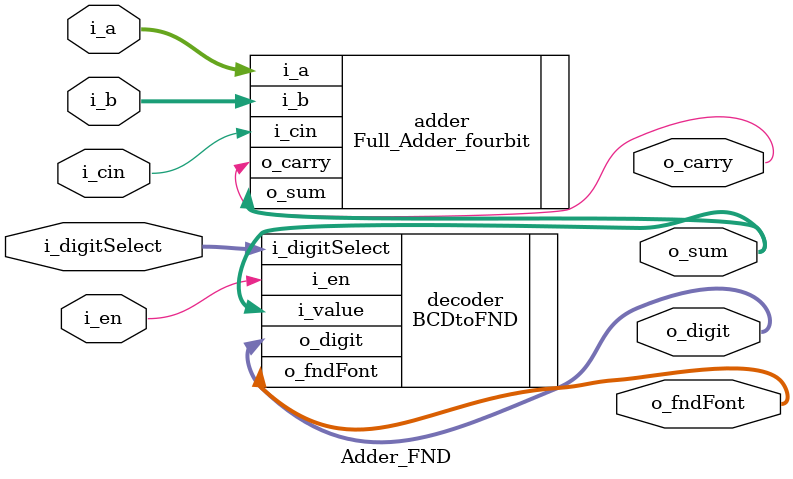
<source format=v>
`timescale 1ns / 1ps


module Adder_FND(
    input [1:0] i_digitSelect,
    // input [3:0] i_value,
    input i_en,
    output [3:0] o_digit,
    output [7:0] o_fndFont,
    input [3:0] i_a, i_b, 
    input i_cin,
    output [3:0] o_sum,
    output o_carry
);

    Full_Adder_fourbit adder(
    .i_a(i_a), 
    .i_b(i_b), 
    .i_cin(i_cin),
    .o_sum(o_sum),
    .o_carry(o_carry) 
    );

    BCDtoFND decoder(
    .i_digitSelect(i_digitSelect),
    .i_value(o_sum),
    .i_en(i_en),
    .o_digit(o_digit),
    .o_fndFont(o_fndFont) 
    );

    

endmodule

</source>
